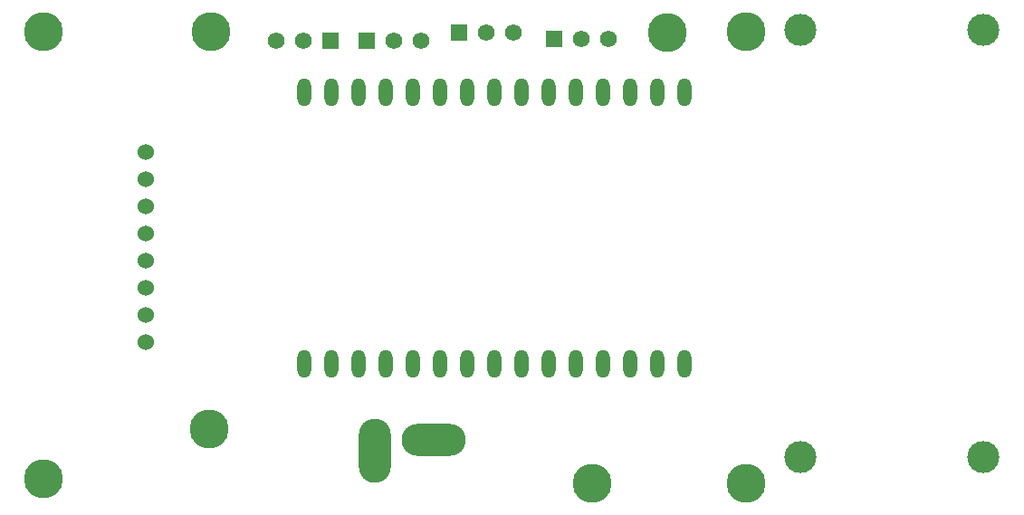
<source format=gtl>
G04 Layer: TopLayer*
G04 EasyEDA v6.5.50, 2025-05-22 18:22:48*
G04 fc6da040da284c709fc099fb5742b6c8,f287e63262dc457b8036977447f4c865,10*
G04 Gerber Generator version 0.2*
G04 Scale: 100 percent, Rotated: No, Reflected: No *
G04 Dimensions in millimeters *
G04 leading zeros omitted , absolute positions ,4 integer and 5 decimal *
%FSLAX45Y45*%
%MOMM*%

%ADD10O,1.3081X2.615946*%
%ADD11C,1.5748*%
%ADD12R,1.5748X1.5748*%
%ADD13C,1.5240*%
%ADD14C,3.0000*%
%ADD15C,3.6500*%
%ADD16O,2.999994X5.999988*%
%ADD17O,5.999988X2.999994*%
%ADD18O,0.0156X2.999994*%

%LPD*%
D10*
G01*
X6375400Y5295900D03*
G01*
X6629400Y5295900D03*
G01*
X6883400Y5295900D03*
G01*
X7137400Y5295900D03*
G01*
X7391400Y5295900D03*
G01*
X7645400Y5295900D03*
G01*
X7899400Y5295900D03*
G01*
X8153400Y5295900D03*
G01*
X8407400Y5295900D03*
G01*
X8661400Y5295900D03*
G01*
X8915400Y5295900D03*
G01*
X9169400Y5295900D03*
G01*
X9423400Y5295900D03*
G01*
X9677400Y5295900D03*
G01*
X9931400Y5295900D03*
G01*
X6375400Y7835900D03*
G01*
X6629400Y7835900D03*
G01*
X6883400Y7835900D03*
G01*
X7137400Y7835900D03*
G01*
X7391400Y7835900D03*
G01*
X7645400Y7835900D03*
G01*
X7899400Y7835900D03*
G01*
X8153400Y7835900D03*
G01*
X8407400Y7835900D03*
G01*
X8661400Y7835900D03*
G01*
X8915400Y7835900D03*
G01*
X9169400Y7835900D03*
G01*
X9423400Y7835900D03*
G01*
X9677400Y7835900D03*
G01*
X9931400Y7835900D03*
D11*
G01*
X9220200Y8331200D03*
G01*
X8966200Y8331200D03*
D12*
G01*
X8712200Y8331200D03*
D11*
G01*
X8331200Y8394700D03*
G01*
X8077200Y8394700D03*
D12*
G01*
X7823200Y8394700D03*
D11*
G01*
X7467600Y8318500D03*
G01*
X7213600Y8318500D03*
D12*
G01*
X6959600Y8318500D03*
D11*
G01*
X6108700Y8318500D03*
G01*
X6362700Y8318500D03*
D12*
G01*
X6616700Y8318500D03*
D13*
G01*
X4889500Y5499100D03*
G01*
X4889500Y5753100D03*
G01*
X4889500Y6007100D03*
G01*
X4889500Y6261100D03*
G01*
X4889500Y6515100D03*
G01*
X4889500Y6769100D03*
G01*
X4889500Y7023100D03*
G01*
X4889500Y7277100D03*
D14*
G01*
X11010900Y8420100D03*
G01*
X12725400Y8420100D03*
G01*
X12725400Y4419600D03*
G01*
X11010900Y4419600D03*
D15*
G01*
X10499979Y8399983D03*
G01*
X9766300Y8394700D03*
G01*
X5486400Y4686300D03*
G01*
X3937000Y4216400D03*
G01*
X5499988Y8399983D03*
G01*
X3937000Y8399983D03*
G01*
X10502900Y4178300D03*
G01*
X9067800Y4178300D03*
D16*
G01*
X7035800Y4483100D03*
D17*
G01*
X7584795Y4583099D03*
M02*

</source>
